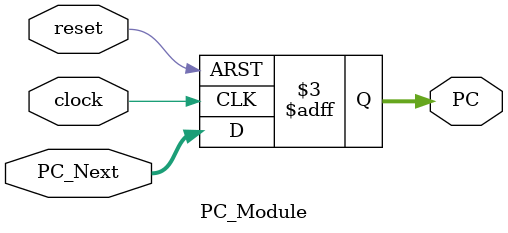
<source format=v>
module PC_Module(
    input clock, reset,
    input [31:0] PC_Next,
    output reg [31:0] PC
);
always @(posedge clock or posedge reset)
begin
    if(reset == 1'b1) begin
        PC <= 32'h00000000;
    end
    else begin
        PC <= PC_Next;
    end
end
endmodule
</source>
